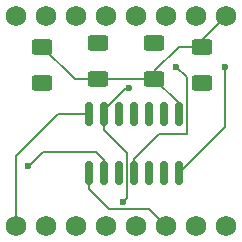
<source format=gbl>
%TF.GenerationSoftware,KiCad,Pcbnew,8.0.4*%
%TF.CreationDate,2024-08-09T22:32:03-04:00*%
%TF.ProjectId,SaintSays,5361696e-7453-4617-9973-2e6b69636164,rev?*%
%TF.SameCoordinates,Original*%
%TF.FileFunction,Copper,L2,Bot*%
%TF.FilePolarity,Positive*%
%FSLAX46Y46*%
G04 Gerber Fmt 4.6, Leading zero omitted, Abs format (unit mm)*
G04 Created by KiCad (PCBNEW 8.0.4) date 2024-08-09 22:32:03*
%MOMM*%
%LPD*%
G01*
G04 APERTURE LIST*
G04 Aperture macros list*
%AMRoundRect*
0 Rectangle with rounded corners*
0 $1 Rounding radius*
0 $2 $3 $4 $5 $6 $7 $8 $9 X,Y pos of 4 corners*
0 Add a 4 corners polygon primitive as box body*
4,1,4,$2,$3,$4,$5,$6,$7,$8,$9,$2,$3,0*
0 Add four circle primitives for the rounded corners*
1,1,$1+$1,$2,$3*
1,1,$1+$1,$4,$5*
1,1,$1+$1,$6,$7*
1,1,$1+$1,$8,$9*
0 Add four rect primitives between the rounded corners*
20,1,$1+$1,$2,$3,$4,$5,0*
20,1,$1+$1,$4,$5,$6,$7,0*
20,1,$1+$1,$6,$7,$8,$9,0*
20,1,$1+$1,$8,$9,$2,$3,0*%
G04 Aperture macros list end*
%TA.AperFunction,ComponentPad*%
%ADD10C,1.750000*%
%TD*%
%TA.AperFunction,SMDPad,CuDef*%
%ADD11RoundRect,0.150000X0.150000X-0.825000X0.150000X0.825000X-0.150000X0.825000X-0.150000X-0.825000X0*%
%TD*%
%TA.AperFunction,SMDPad,CuDef*%
%ADD12RoundRect,0.250000X-0.625000X0.400000X-0.625000X-0.400000X0.625000X-0.400000X0.625000X0.400000X0*%
%TD*%
%TA.AperFunction,SMDPad,CuDef*%
%ADD13RoundRect,0.250000X0.625000X-0.400000X0.625000X0.400000X-0.625000X0.400000X-0.625000X-0.400000X0*%
%TD*%
%TA.AperFunction,ViaPad*%
%ADD14C,0.600000*%
%TD*%
%TA.AperFunction,Conductor*%
%ADD15C,0.200000*%
%TD*%
G04 APERTURE END LIST*
D10*
%TO.P,MB1,1,+VBATT*%
%TO.N,unconnected-(MB1-+VBATT-Pad1)*%
X134535000Y-81285000D03*
%TO.P,MB1,2,GND*%
%TO.N,unconnected-(MB1-GND-Pad2)*%
X137075000Y-81285000D03*
%TO.P,MB1,3,MISO*%
%TO.N,Net-(MB1-CLK)*%
X139615000Y-81285000D03*
%TO.P,MB1,4,SCK*%
%TO.N,Net-(MB1-SCK)*%
X142155000Y-81285000D03*
%TO.P,MB1,5,MOSI*%
%TO.N,Net-(MB1-MOSI)*%
X144695000Y-81285000D03*
%TO.P,MB1,6,CS*%
%TO.N,Net-(MB1-CS)*%
X147235000Y-81285000D03*
%TO.P,MB1,7,+3V3*%
%TO.N,Net-(MB1-+3V3)*%
X149775000Y-81285000D03*
%TO.P,MB1,8,GND*%
%TO.N,Net-(U1-GND)*%
X152315000Y-81285000D03*
%TO.P,MB1,9,CLK*%
%TO.N,Net-(MB1-CLK)*%
X134535000Y-99065000D03*
%TO.P,MB1,10,NC*%
%TO.N,unconnected-(MB1-NC-Pad10)*%
X137075000Y-99065000D03*
%TO.P,MB1,11,NC*%
%TO.N,unconnected-(MB1-NC-Pad11)*%
X139615000Y-99065000D03*
%TO.P,MB1,12,NC*%
%TO.N,unconnected-(MB1-NC-Pad12)*%
X142155000Y-99065000D03*
%TO.P,MB1,13,SCL*%
%TO.N,Net-(MB1-SCK)*%
X144695000Y-99065000D03*
%TO.P,MB1,14,SDA*%
%TO.N,Net-(MB1-MOSI)*%
X147235000Y-99065000D03*
%TO.P,MB1,15,3V3+*%
%TO.N,unconnected-(MB1-3V3+-Pad15)*%
X149775000Y-99065000D03*
%TO.P,MB1,16,GND*%
%TO.N,unconnected-(MB1-GND-Pad16)*%
X152315000Y-99065000D03*
%TD*%
D11*
%TO.P,U1,1,VCC*%
%TO.N,Net-(MB1-+3V3)*%
X148310000Y-94550000D03*
%TO.P,U1,2,XTAL1/PB0*%
%TO.N,Net-(U1-XTAL1{slash}PB0)*%
X147040000Y-94550000D03*
%TO.P,U1,3,XTAL2/PB1*%
%TO.N,Net-(U1-XTAL2{slash}PB1)*%
X145770000Y-94550000D03*
%TO.P,U1,4,~{RESET}/PB3*%
%TO.N,Net-(MB1-CS)*%
X144500000Y-94550000D03*
%TO.P,U1,5,PB2*%
%TO.N,Net-(U1-PB2)*%
X143230000Y-94550000D03*
%TO.P,U1,6,PA7*%
%TO.N,Net-(U1-PA7)*%
X141960000Y-94550000D03*
%TO.P,U1,7,PA6*%
%TO.N,Net-(MB1-MOSI)*%
X140690000Y-94550000D03*
%TO.P,U1,8,PA5*%
%TO.N,Net-(MB1-CLK)*%
X140690000Y-89600000D03*
%TO.P,U1,9,PA4*%
%TO.N,Net-(MB1-SCK)*%
X141960000Y-89600000D03*
%TO.P,U1,10,PA3*%
%TO.N,Net-(D1-A)*%
X143230000Y-89600000D03*
%TO.P,U1,11,PA2*%
%TO.N,Net-(D2-A)*%
X144500000Y-89600000D03*
%TO.P,U1,12,PA1*%
%TO.N,Net-(D3-A)*%
X145770000Y-89600000D03*
%TO.P,U1,13,AREF/PA0*%
%TO.N,Net-(D4-A)*%
X147040000Y-89600000D03*
%TO.P,U1,14,GND*%
%TO.N,Net-(U1-GND)*%
X148310000Y-89600000D03*
%TD*%
D12*
%TO.P,R2,1*%
%TO.N,Net-(D2-K)*%
X141500000Y-83540000D03*
%TO.P,R2,2*%
%TO.N,Net-(U1-GND)*%
X141500000Y-86640000D03*
%TD*%
D13*
%TO.P,R4,1*%
%TO.N,Net-(D4-K)*%
X150250000Y-87000000D03*
%TO.P,R4,2*%
%TO.N,Net-(U1-GND)*%
X150250000Y-83900000D03*
%TD*%
D12*
%TO.P,R3,1*%
%TO.N,Net-(D3-K)*%
X146250000Y-83540000D03*
%TO.P,R3,2*%
%TO.N,Net-(U1-GND)*%
X146250000Y-86640000D03*
%TD*%
D13*
%TO.P,R1,1*%
%TO.N,Net-(D1-K)*%
X136750000Y-87000000D03*
%TO.P,R1,2*%
%TO.N,Net-(U1-GND)*%
X136750000Y-83900000D03*
%TD*%
D14*
%TO.N,Net-(D1-K)*%
X136750000Y-87000000D03*
%TO.N,Net-(D1-A)*%
X143230000Y-89600000D03*
%TO.N,Net-(D2-A)*%
X144500000Y-89600000D03*
%TO.N,Net-(D2-K)*%
X141500000Y-83602500D03*
%TO.N,Net-(D3-A)*%
X145770000Y-89600000D03*
%TO.N,Net-(D3-K)*%
X146250000Y-83540000D03*
%TO.N,Net-(D4-K)*%
X150250000Y-87100000D03*
%TO.N,Net-(D4-A)*%
X147040000Y-89600000D03*
%TO.N,Net-(U1-XTAL1{slash}PB0)*%
X147040000Y-94550000D03*
%TO.N,Net-(U1-XTAL2{slash}PB1)*%
X145770000Y-94550000D03*
%TO.N,Net-(U1-PA7)*%
X135500000Y-94000000D03*
%TO.N,Net-(U1-GND)*%
X148310000Y-89600000D03*
%TO.N,Net-(MB1-CS)*%
X148100000Y-85600000D03*
%TO.N,Net-(MB1-SCK)*%
X143600000Y-97000000D03*
X144095000Y-87400000D03*
%TO.N,Net-(MB1-MOSI)*%
X140690000Y-94550000D03*
%TO.N,Net-(U1-PB2)*%
X143230000Y-94550000D03*
%TO.N,Net-(MB1-+3V3)*%
X152200000Y-85600000D03*
%TO.N,Net-(MB1-CLK)*%
X140690000Y-89600000D03*
%TD*%
D15*
%TO.N,Net-(D2-K)*%
X141500000Y-83602500D02*
X141542500Y-83602500D01*
X141542500Y-83602500D02*
X141605000Y-83540000D01*
%TO.N,Net-(D3-K)*%
X146250000Y-83540000D02*
X146685000Y-83540000D01*
%TO.N,Net-(U1-PA7)*%
X135600000Y-94000000D02*
X136800000Y-92800000D01*
X135500000Y-94000000D02*
X135600000Y-94000000D01*
X141960000Y-93460000D02*
X141960000Y-94950000D01*
X141300000Y-92800000D02*
X141960000Y-93460000D01*
X136800000Y-92800000D02*
X141300000Y-92800000D01*
%TO.N,Net-(U1-GND)*%
X148310000Y-89600000D02*
X148310000Y-88700000D01*
X139490000Y-86640000D02*
X136750000Y-83900000D01*
X148310000Y-89600000D02*
X148310000Y-90000000D01*
X141500000Y-86640000D02*
X139490000Y-86640000D01*
X148300000Y-83900000D02*
X146250000Y-85950000D01*
X152315000Y-81285000D02*
X150250000Y-83350000D01*
X150250000Y-83900000D02*
X148300000Y-83900000D01*
X150250000Y-83350000D02*
X150250000Y-83900000D01*
X146250000Y-85950000D02*
X146250000Y-86640000D01*
X148310000Y-88700000D02*
X146250000Y-86640000D01*
X146250000Y-86640000D02*
X141500000Y-86640000D01*
%TO.N,Net-(MB1-CS)*%
X146595552Y-91304448D02*
X144500000Y-93400000D01*
X144500000Y-93400000D02*
X144500000Y-94950000D01*
X148100000Y-85600000D02*
X149000000Y-86500000D01*
X149000000Y-86500000D02*
X149000000Y-91304448D01*
X149000000Y-91304448D02*
X146595552Y-91304448D01*
%TO.N,Net-(MB1-SCK)*%
X143814448Y-87400000D02*
X141960000Y-89254448D01*
X141960000Y-89254448D02*
X141960000Y-89600000D01*
X141960000Y-90000000D02*
X141960000Y-90912224D01*
X143900000Y-96700000D02*
X143600000Y-97000000D01*
X141960000Y-90912224D02*
X143900000Y-92852224D01*
X144095000Y-87400000D02*
X143814448Y-87400000D01*
X143900000Y-92852224D02*
X143900000Y-96700000D01*
%TO.N,Net-(MB1-MOSI)*%
X140690000Y-95924999D02*
X142365001Y-97600000D01*
X140690000Y-94550000D02*
X140690000Y-94950000D01*
X145770000Y-97600000D02*
X147235000Y-99065000D01*
X142365001Y-97600000D02*
X145770000Y-97600000D01*
X140690000Y-94550000D02*
X140690000Y-95924999D01*
%TO.N,unconnected-(MB1-+VBATT-Pad1)*%
X134585000Y-81245000D02*
X134535000Y-81295000D01*
%TO.N,Net-(MB1-+3V3)*%
X152200000Y-85600000D02*
X152200000Y-90660000D01*
X148310000Y-94550000D02*
X148310000Y-94950000D01*
X152200000Y-90660000D02*
X148310000Y-94550000D01*
%TO.N,Net-(MB1-CLK)*%
X134600000Y-93100000D02*
X134535000Y-93165000D01*
X138085000Y-89600000D02*
X134600000Y-93085000D01*
X134600000Y-93085000D02*
X134600000Y-93100000D01*
X140690000Y-89600000D02*
X138085000Y-89600000D01*
X134535000Y-93165000D02*
X134535000Y-99065000D01*
%TD*%
M02*

</source>
